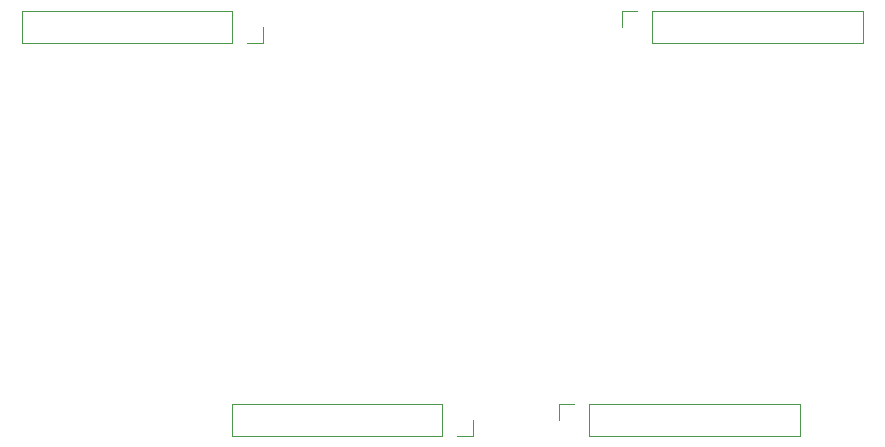
<source format=gbr>
%TF.GenerationSoftware,KiCad,Pcbnew,(5.1.10-1-10_14)*%
%TF.CreationDate,2021-10-20T01:40:30-04:00*%
%TF.ProjectId,ALU-RHS-bitwise,414c552d-5248-4532-9d62-697477697365,rev?*%
%TF.SameCoordinates,Original*%
%TF.FileFunction,Legend,Bot*%
%TF.FilePolarity,Positive*%
%FSLAX46Y46*%
G04 Gerber Fmt 4.6, Leading zero omitted, Abs format (unit mm)*
G04 Created by KiCad (PCBNEW (5.1.10-1-10_14)) date 2021-10-20 01:40:30*
%MOMM*%
%LPD*%
G01*
G04 APERTURE LIST*
%ADD10C,0.120000*%
G04 APERTURE END LIST*
D10*
%TO.C,J4*%
X170120000Y-107756000D02*
X170120000Y-105096000D01*
X187960000Y-107756000D02*
X170120000Y-107756000D01*
X187960000Y-105096000D02*
X170120000Y-105096000D01*
X187960000Y-107756000D02*
X187960000Y-105096000D01*
X189230000Y-107756000D02*
X190560000Y-107756000D01*
X190560000Y-107756000D02*
X190560000Y-106426000D01*
%TO.C,J3*%
X197806000Y-105096000D02*
X197806000Y-106426000D01*
X199136000Y-105096000D02*
X197806000Y-105096000D01*
X200406000Y-105096000D02*
X200406000Y-107756000D01*
X200406000Y-107756000D02*
X218246000Y-107756000D01*
X200406000Y-105096000D02*
X218246000Y-105096000D01*
X218246000Y-105096000D02*
X218246000Y-107756000D01*
%TO.C,J2*%
X203140000Y-71822000D02*
X203140000Y-73152000D01*
X204470000Y-71822000D02*
X203140000Y-71822000D01*
X205740000Y-71822000D02*
X205740000Y-74482000D01*
X205740000Y-74482000D02*
X223580000Y-74482000D01*
X205740000Y-71822000D02*
X223580000Y-71822000D01*
X223580000Y-71822000D02*
X223580000Y-74482000D01*
%TO.C,J1*%
X172780000Y-74482000D02*
X172780000Y-73152000D01*
X171450000Y-74482000D02*
X172780000Y-74482000D01*
X170180000Y-74482000D02*
X170180000Y-71822000D01*
X170180000Y-71822000D02*
X152340000Y-71822000D01*
X170180000Y-74482000D02*
X152340000Y-74482000D01*
X152340000Y-74482000D02*
X152340000Y-71822000D01*
%TD*%
M02*

</source>
